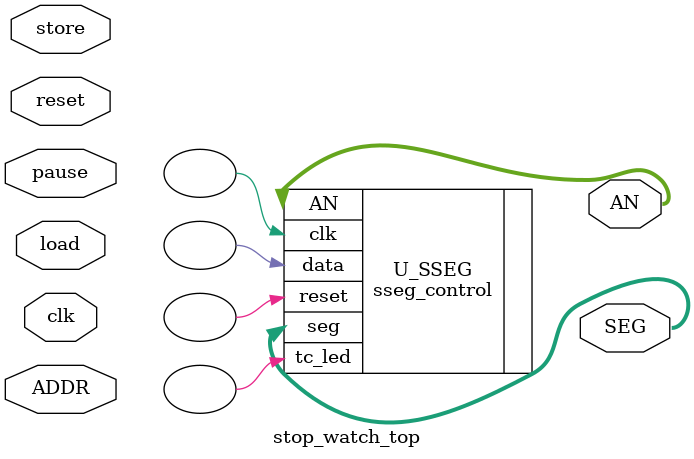
<source format=v>
module stop_watch_top(
    input  wire clk, reset,
    input  wire [3:0] ADDR,
    input  wire pause, store, load,                 
    output wire [6:0] SEG,
    output reg [7:0] AN
);

    // declaration
    wire cnt_en;
    wire write, select;


    // module interconnection
    debounce U_DEBOUNCE (
        .clk(clk),
        .reset(reset),
        .btn(pause),
        .cnt_en(cnt_en)
    );

    control U_CTRL (
        .clk(clk),
        .reset(reset),
        .en(cnt_en),
        .store(store),
        .load(load),
        .write(write),
        .select(select)
    );
    
    clock_divider U_CLKDIV (
        .clk(),
        .reset(),
        .en(cnt_en),
        .tc_cnt(),
        .tc_led()
    );
    
    // TODO
    watch_counter U_WATCH (
        .clk(),
        .reset(),
        .tc_cnt(),
        .data() // 32-bit
    );
    
    blk_mem_gen_0 U_MEM (
      .clka(clk),       // input wire clka
      .rsta(reset),     // input wire rsta
      .ena(1'b1),       // input wire ena
      .wea(write),      // input wire [0 : 0] wea
      .addra(ADDR),     // input wire [3 : 0] addra
      .dina(),          // input wire [31 : 0] dina
      .douta(),         // output wire [31 : 0] douta
      .rsta_busy()      // ignore
    );
    
    // TODO
    mux_32bit U_MUX (
        .a(),
        .b(),
        .sel(select),
        .y()
    );
    
    // TODO
    sseg_control U_SSEG (
        .clk(),
        .reset(),
        .data(), // 32-bit
        .tc_led(),
        .seg(SEG), // 7-bit
        .AN(AN) // 8-bit
    );
    
endmodule

</source>
